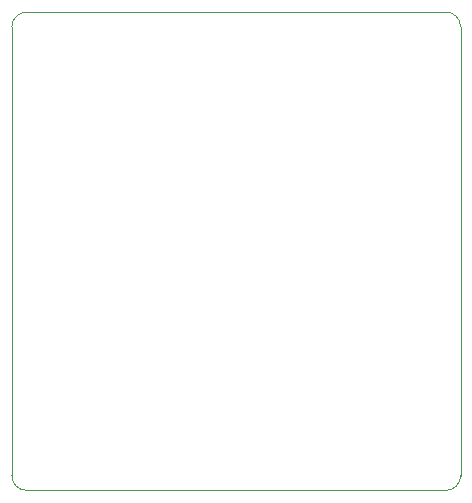
<source format=gbr>
%TF.GenerationSoftware,KiCad,Pcbnew,(6.0.4-0)*%
%TF.CreationDate,2022-07-01T21:41:05+01:00*%
%TF.ProjectId,holyiot-flexypin,686f6c79-696f-4742-9d66-6c6578797069,rev?*%
%TF.SameCoordinates,Original*%
%TF.FileFunction,Profile,NP*%
%FSLAX46Y46*%
G04 Gerber Fmt 4.6, Leading zero omitted, Abs format (unit mm)*
G04 Created by KiCad (PCBNEW (6.0.4-0)) date 2022-07-01 21:41:05*
%MOMM*%
%LPD*%
G01*
G04 APERTURE LIST*
%TA.AperFunction,Profile*%
%ADD10C,0.100000*%
%TD*%
G04 APERTURE END LIST*
D10*
X154750000Y-105500000D02*
X119250000Y-105500000D01*
X156000000Y-66250000D02*
X156000000Y-104250000D01*
X119250000Y-65000000D02*
X154750000Y-65000000D01*
X118000000Y-104250000D02*
X118000000Y-66250000D01*
X118000000Y-104250000D02*
G75*
G03*
X119250000Y-105500000I1250000J0D01*
G01*
X154750000Y-105500000D02*
G75*
G03*
X156000000Y-104250000I0J1250000D01*
G01*
X156000000Y-66250000D02*
G75*
G03*
X154750000Y-65000000I-1250000J0D01*
G01*
X119250000Y-65000000D02*
G75*
G03*
X118000000Y-66250000I0J-1250000D01*
G01*
M02*

</source>
